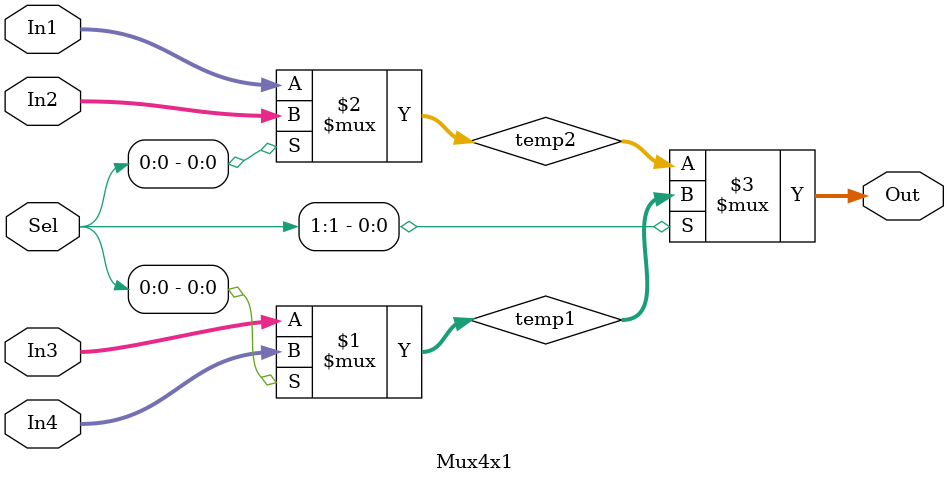
<source format=v>
module Mux4x1  #(
	parameter W = 4
) (
	input 	wire [W-1:0] 	In1,
	input 	wire [W-1:0] 	In2,
	input 	wire [W-1:0] 	In3,
	input 	wire [W-1:0] 	In4,
	input 	wire [1:0]		Sel,
	output 	wire [W-1:0]	Out
);
	
	wire 	[W-1:0] temp1;
	wire 	[W-1:0] temp2;
	
	assign temp1	= Sel[0] ? In4 : In3;
	assign temp2	= Sel[0] ? In2 : In1;
	
	assign Out 		= Sel[1] ?  temp1 : temp2;

//always @ (*)
//	begin
//		case (Sel)
//			2'b00 : Out <= In1;
//			2'b01 : Out <= In2;
//			2'b10 : Out <= In3;
//			2'b11 : Out <= In4;
//		endcase
//	end

endmodule

</source>
